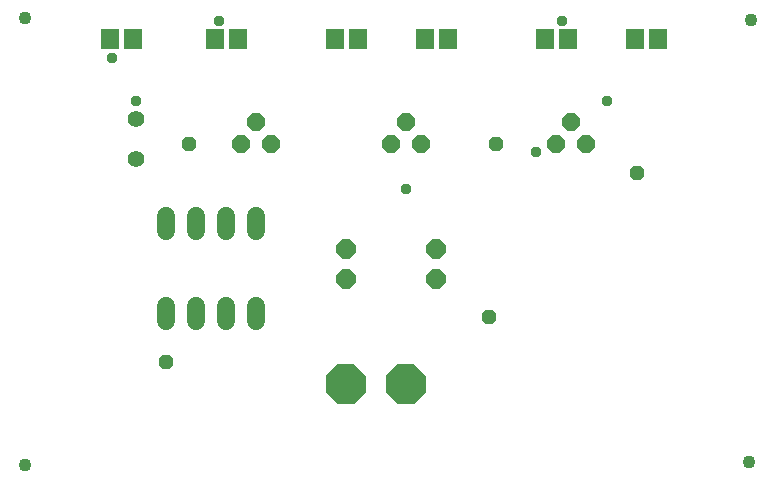
<source format=gts>
G75*
%MOIN*%
%OFA0B0*%
%FSLAX25Y25*%
%IPPOS*%
%LPD*%
%AMOC8*
5,1,8,0,0,1.08239X$1,22.5*
%
%ADD10C,0.04343*%
%ADD11OC8,0.06400*%
%ADD12OC8,0.13200*%
%ADD13C,0.06000*%
%ADD14R,0.05918X0.07099*%
%ADD15C,0.05556*%
%ADD16OC8,0.06000*%
%ADD17C,0.03778*%
%ADD18OC8,0.04762*%
D10*
X0011700Y0011900D03*
X0011700Y0160800D03*
X0253600Y0160300D03*
X0253100Y0012900D03*
D11*
X0148800Y0073800D03*
X0148800Y0083800D03*
X0118800Y0083800D03*
X0118800Y0073800D03*
D12*
X0118800Y0038800D03*
X0138800Y0038800D03*
D13*
X0088800Y0059800D02*
X0088800Y0065000D01*
X0078800Y0065000D02*
X0078800Y0059800D01*
X0068800Y0059800D02*
X0068800Y0065000D01*
X0058800Y0065000D02*
X0058800Y0059800D01*
X0058800Y0089800D02*
X0058800Y0095000D01*
X0068800Y0095000D02*
X0068800Y0089800D01*
X0078800Y0089800D02*
X0078800Y0095000D01*
X0088800Y0095000D02*
X0088800Y0089800D01*
D14*
X0082540Y0153800D03*
X0075060Y0153800D03*
X0047540Y0153800D03*
X0040060Y0153800D03*
X0115060Y0153800D03*
X0122540Y0153800D03*
X0145060Y0153800D03*
X0152540Y0153800D03*
X0185060Y0153800D03*
X0192540Y0153800D03*
X0215060Y0153800D03*
X0222540Y0153800D03*
D15*
X0048800Y0127186D03*
X0048800Y0113800D03*
D16*
X0083800Y0118800D03*
X0093800Y0118800D03*
X0088800Y0126300D03*
X0133800Y0118800D03*
X0143800Y0118800D03*
X0138800Y0126300D03*
X0188800Y0118800D03*
X0198800Y0118800D03*
X0193800Y0126300D03*
D17*
X0205675Y0133175D03*
X0181925Y0116300D03*
X0138800Y0103800D03*
X0190675Y0160050D03*
X0076300Y0160050D03*
X0040675Y0147550D03*
X0048800Y0133175D03*
D18*
X0066300Y0118800D03*
X0166300Y0061300D03*
X0215600Y0109200D03*
X0168800Y0118800D03*
X0058800Y0046300D03*
M02*

</source>
